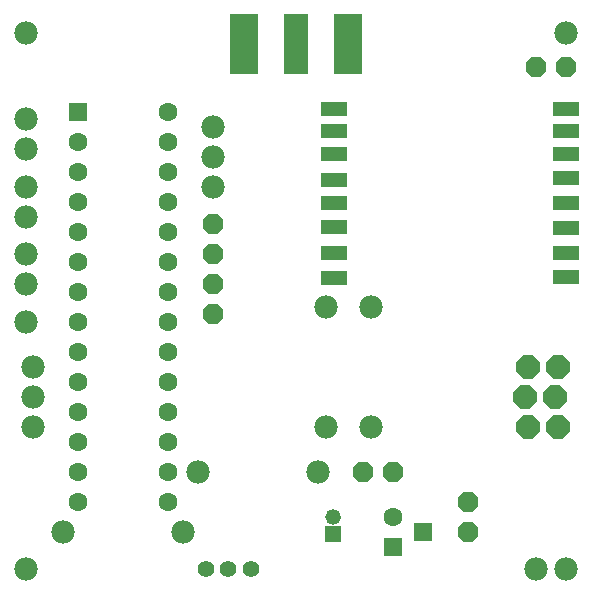
<source format=gts>
G75*
%MOIN*%
%OFA0B0*%
%FSLAX24Y24*%
%IPPOS*%
%LPD*%
%AMOC8*
5,1,8,0,0,1.08239X$1,22.5*
%
%ADD10R,0.0900X0.0460*%
%ADD11C,0.0555*%
%ADD12OC8,0.0780*%
%ADD13C,0.0780*%
%ADD14R,0.0630X0.0630*%
%ADD15C,0.0630*%
%ADD16R,0.0520X0.0520*%
%ADD17C,0.0520*%
%ADD18OC8,0.0670*%
%ADD19R,0.0790X0.2040*%
%ADD20R,0.0940X0.2040*%
D10*
X011693Y011643D03*
X011693Y012481D03*
X011693Y013331D03*
X011693Y014118D03*
X011693Y014905D03*
X011693Y015755D03*
X011693Y016543D03*
X011693Y017268D03*
X019430Y017268D03*
X019430Y016543D03*
X019430Y015755D03*
X019430Y014968D03*
X019430Y014118D03*
X019430Y013293D03*
X019430Y012456D03*
X019430Y011668D03*
D11*
X008930Y001930D03*
X008180Y001930D03*
X007430Y001930D03*
D12*
X018080Y007680D03*
X018180Y006680D03*
X019180Y006680D03*
X019080Y007680D03*
X019180Y008680D03*
X018180Y008680D03*
D13*
X001430Y001930D03*
X002680Y003180D03*
X001680Y006680D03*
X001680Y007680D03*
X001680Y008680D03*
X001430Y010180D03*
X001430Y011430D03*
X001430Y012430D03*
X001430Y013680D03*
X001430Y014680D03*
X001430Y015930D03*
X001430Y016930D03*
X001430Y019805D03*
X007680Y016680D03*
X007680Y015680D03*
X007680Y014680D03*
X011430Y010680D03*
X012930Y010680D03*
X012930Y006680D03*
X011430Y006680D03*
X011180Y005180D03*
X007180Y005180D03*
X006680Y003180D03*
X018430Y001930D03*
X019430Y001930D03*
X010430Y019430D03*
X019430Y019805D03*
D14*
X014680Y003180D03*
X013680Y002680D03*
X003180Y017180D03*
D15*
X003180Y016180D03*
X003180Y015180D03*
X003180Y014180D03*
X003180Y013180D03*
X003180Y012180D03*
X003180Y011180D03*
X003180Y010180D03*
X003180Y009180D03*
X003180Y008180D03*
X003180Y007180D03*
X003180Y006180D03*
X003180Y005180D03*
X003180Y004180D03*
X006180Y004180D03*
X006180Y005180D03*
X006180Y006180D03*
X006180Y007180D03*
X006180Y008180D03*
X006180Y009180D03*
X006180Y010180D03*
X006180Y011180D03*
X006180Y012180D03*
X006180Y013180D03*
X006180Y014180D03*
X006180Y015180D03*
X006180Y016180D03*
X006180Y017180D03*
X013680Y003680D03*
D16*
X011680Y003090D03*
D17*
X011680Y003680D03*
D18*
X012680Y005180D03*
X013680Y005180D03*
X016180Y004180D03*
X016180Y003180D03*
X007680Y010430D03*
X007680Y011430D03*
X007680Y012430D03*
X007680Y013430D03*
X018430Y018680D03*
X019430Y018680D03*
D19*
X010430Y019420D03*
D20*
X008690Y019420D03*
X012170Y019420D03*
M02*

</source>
